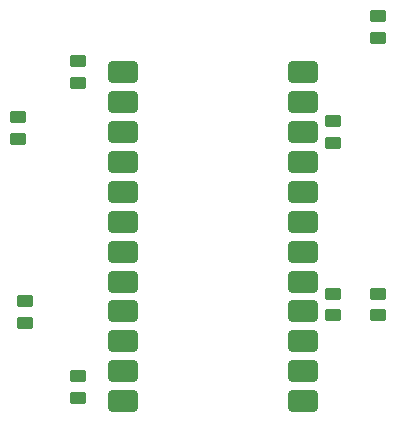
<source format=gbr>
%TF.GenerationSoftware,KiCad,Pcbnew,9.0.3*%
%TF.CreationDate,2025-10-09T23:36:15+02:00*%
%TF.ProjectId,ledkiv2,6c65646b-6976-4322-9e6b-696361645f70,rev?*%
%TF.SameCoordinates,Original*%
%TF.FileFunction,Paste,Bot*%
%TF.FilePolarity,Positive*%
%FSLAX46Y46*%
G04 Gerber Fmt 4.6, Leading zero omitted, Abs format (unit mm)*
G04 Created by KiCad (PCBNEW 9.0.3) date 2025-10-09 23:36:15*
%MOMM*%
%LPD*%
G01*
G04 APERTURE LIST*
G04 Aperture macros list*
%AMRoundRect*
0 Rectangle with rounded corners*
0 $1 Rounding radius*
0 $2 $3 $4 $5 $6 $7 $8 $9 X,Y pos of 4 corners*
0 Add a 4 corners polygon primitive as box body*
4,1,4,$2,$3,$4,$5,$6,$7,$8,$9,$2,$3,0*
0 Add four circle primitives for the rounded corners*
1,1,$1+$1,$2,$3*
1,1,$1+$1,$4,$5*
1,1,$1+$1,$6,$7*
1,1,$1+$1,$8,$9*
0 Add four rect primitives between the rounded corners*
20,1,$1+$1,$2,$3,$4,$5,0*
20,1,$1+$1,$4,$5,$6,$7,0*
20,1,$1+$1,$6,$7,$8,$9,0*
20,1,$1+$1,$8,$9,$2,$3,0*%
G04 Aperture macros list end*
%ADD10RoundRect,0.270000X0.980000X-0.630000X0.980000X0.630000X-0.980000X0.630000X-0.980000X-0.630000X0*%
%ADD11RoundRect,0.250000X-0.450000X0.262500X-0.450000X-0.262500X0.450000X-0.262500X0.450000X0.262500X0*%
%ADD12RoundRect,0.250000X0.450000X-0.262500X0.450000X0.262500X-0.450000X0.262500X-0.450000X-0.262500X0*%
G04 APERTURE END LIST*
D10*
%TO.C,J1*%
X173981000Y-87676000D03*
X173981000Y-90216000D03*
X173981000Y-92716000D03*
X173981000Y-95256000D03*
X173981000Y-97836000D03*
X173981000Y-100376000D03*
X173981000Y-102876000D03*
X173981000Y-105416000D03*
X174019082Y-107931343D03*
X174019082Y-110471343D03*
X174019082Y-113011343D03*
X174019082Y-115551343D03*
X158779082Y-115551343D03*
X158779082Y-113011343D03*
X158779082Y-110471343D03*
X158779082Y-107931343D03*
X158741000Y-105416000D03*
X158741000Y-102876000D03*
X158741000Y-100376000D03*
X158741000Y-97836000D03*
X158741000Y-95256000D03*
X158741000Y-92716000D03*
X158741000Y-90216000D03*
X158741000Y-87676000D03*
%TD*%
D11*
%TO.C,R2*%
X154931000Y-88588500D03*
X154931000Y-86763500D03*
%TD*%
%TO.C,R3*%
X149851000Y-93311000D03*
X149851000Y-91486000D03*
%TD*%
%TO.C,R6*%
X176521000Y-106448500D03*
X176521000Y-108273500D03*
%TD*%
D12*
%TO.C,R4*%
X176521000Y-91843500D03*
X176521000Y-93668500D03*
%TD*%
%TO.C,R7*%
X150486000Y-108908500D03*
X150486000Y-107083500D03*
%TD*%
D11*
%TO.C,R5*%
X180331000Y-106448500D03*
X180331000Y-108273500D03*
%TD*%
%TO.C,R1*%
X180331000Y-82953500D03*
X180331000Y-84778500D03*
%TD*%
%TO.C,R8*%
X154931000Y-113433500D03*
X154931000Y-115258500D03*
%TD*%
M02*

</source>
